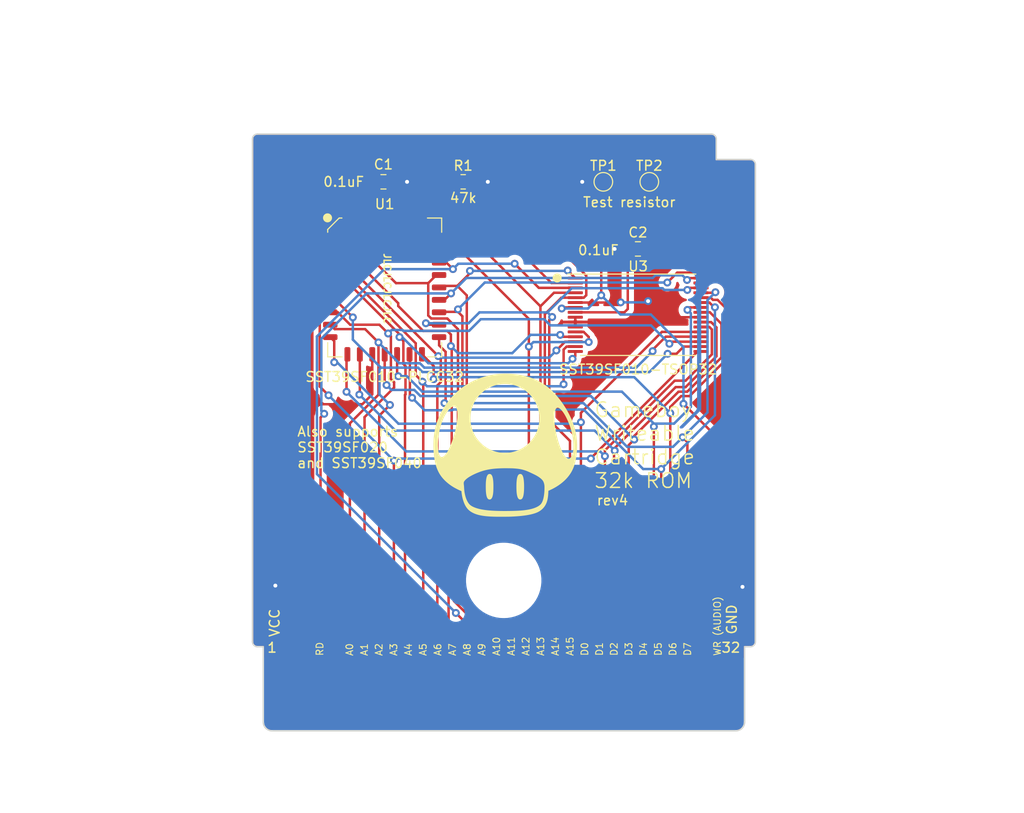
<source format=kicad_pcb>
(kicad_pcb (version 20221018) (generator pcbnew)
  (layers (0 "F.Cu" signal) (31 "B.Cu" signal) (34 "B.Paste" user) (35 "F.Paste" user) (36 "B.SilkS" user "B.Silkscreen") (37 "F.SilkS" user "F.Silkscreen") (38 "B.Mask" user) (39 "F.Mask" user) (44 "Edge.Cuts" user))
  (net 0 "")
  (net 1 "GND")
  (net 2 "VCC")
  (net 3 "WR")
  (net 4 "A13")
  (net 5 "A8")
  (net 6 "A9")
  (net 7 "A11")
  (net 8 "RD")
  (net 9 "A10")
  (net 10 "D7")
  (net 11 "D6")
  (net 12 "D5")
  (net 13 "D4")
  (net 14 "D3")
  (net 15 "D2")
  (net 16 "D1")
  (net 17 "D0")
  (net 18 "A0")
  (net 19 "A1")
  (net 20 "A2")
  (net 21 "A3")
  (net 22 "A4")
  (net 23 "A5")
  (net 24 "A6")
  (net 25 "A7")
  (net 26 "A12")
  (net 27 "A14")
  (net 30 "A15")
  (footprint "Capacitor_SMD:C_0805_2012Metric_Pad1.18x1.45mm_HandSolder" (layer "F.Cu") (at 56.769 57.785 180)
    (fp_text reference "C1")
    (fp_text value "0.1uF")
  )
  (footprint "COMPONENTS:GameBoy_Cartridge_1x32_P1.50mm_Edge" (layer "F.Cu") (at 69.088 109.902)
    (fp_text reference "U2" hide)
    (fp_text value "GameboyCartridgeHolder" hide)
  )
  (footprint "Resistor_SMD:R_0805_2012Metric_Pad1.20x1.40mm_HandSolder" (layer "F.Cu") (at 64.9205 57.785)
    (fp_text reference "R1")
    (fp_text value "47k")
  )
  (footprint "gbcartholes:MountingHole_7.2mm" (layer "F.Cu") (at 69.0626 98.5266)
    (fp_text reference "H1" hide)
    (fp_text value "MountingHole" hide)
  )
  (footprint "gbcartholes:MountingHole_2.3mm" (layer "F.Cu") (at 69.0882 73.5692)
    (fp_text reference "H2" hide)
    (fp_text value "MountingHole" hide)
  )
  (footprint "Package_LCC:PLCC-32_11.4x14.0mm_P1.27mm" (layer "F.Cu") (at 56.896 68.58)
    (fp_text reference "U1")
    (fp_text value "SST39SF010-PLCC32")
  )
  (footprint "Capacitor_SMD:C_0805_2012Metric_Pad1.18x1.45mm_HandSolder" (layer "F.Cu") (at 82.7825 64.643)
    (fp_text reference "C2")
    (fp_text value "0.1uF")
  )
  (footprint "TestPoint:TestPoint_Pad_D1.5mm" (layer "F.Cu") (at 83.947 57.785)
    (fp_text reference "TP2")
    (fp_text value "PGM")
  )
  (footprint "TestPoint:TestPoint_Pad_D1.5mm" (layer "F.Cu") (at 79.248 57.785)
    (fp_text reference "TP1")
    (fp_text value "VCC")
  )
  (footprint "COMPONENTS:mushroom" (layer "F.Cu") (at 69.215 84.709)
    (fp_text reference "G0001")
    (fp_text value "LOGO" hide)
  )
  (footprint "Package_SO:TSOP-I-32_11.8x8mm_P0.5mm" (layer "F.Cu") (at 82.804 71.374)
    (fp_text reference "U3")
    (fp_text value "SST39SF010-TSOP32")
  )
  (gr_circle (center 51.054 61.468) (end 51.455609 61.468) (stroke (width 0.12)) (fill solid) (layer "F.SilkS"))
  (gr_circle (center 74.528391 67.6148) (end 74.93 67.6148) (stroke (width 0.12)) (fill solid) (layer "F.SilkS"))
  (gr_arc (start 94.788 104.802) (mid 94.641553 105.155553) (end 94.288 105.302) (stroke (width 0.15)) (layer "Edge.Cuts"))
  (gr_arc (start 43.888 105.302) (mid 43.534447 105.155553) (end 43.388 104.802) (stroke (width 0.15)) (layer "Edge.Cuts"))
  (gr_arc (start 43.388 53.402) (mid 43.534447 53.048447) (end 43.888 52.902) (stroke (width 0.15)) (layer "Edge.Cuts"))
  (gr_arc (start 90.288 52.902) (mid 90.641553 53.048447) (end 90.788 53.402) (stroke (width 0.15)) (layer "Edge.Cuts"))
  (gr_arc (start 94.288 55.502) (mid 94.641553 55.648447) (end 94.788 56.002) (stroke (width 0.15)) (layer "Edge.Cuts"))
  (gr_line (start 44.488 105.302) (end 43.888 105.302) (stroke (width 0.15)) (layer "Edge.Cuts"))
  (gr_line (start 90.788 53.402) (end 90.788 55.502) (stroke (width 0.15)) (layer "Edge.Cuts"))
  (gr_line (start 44.488 113.002) (end 44.488 105.302) (stroke (width 0.15)) (layer "Edge.Cuts"))
  (gr_line (start 43.888 52.902) (end 90.288 52.902) (stroke (width 0.15)) (layer "Edge.Cuts"))
  (gr_line (start 45.388 113.902) (end 92.788 113.902) (stroke (width 0.15)) (layer "Edge.Cuts"))
  (gr_line (start 94.288 55.502) (end 90.788 55.502) (stroke (width 0.15)) (layer "Edge.Cuts"))
  (gr_line (start 93.688 105.302) (end 94.288 105.302) (stroke (width 0.15)) (layer "Edge.Cuts"))
  (gr_arc (start 93.688 113.002) (mid 93.424396 113.638396) (end 92.788 113.902) (stroke (width 0.15)) (layer "Edge.Cuts"))
  (gr_line (start 43.388 104.802) (end 43.388 53.402) (stroke (width 0.15)) (layer "Edge.Cuts"))
  (gr_line (start 94.788 104.802) (end 94.788 56.002) (stroke (width 0.15)) (layer "Edge.Cuts"))
  (gr_arc (start 45.388 113.902) (mid 44.751604 113.638396) (end 44.488 113.002) (stroke (width 0.15)) (layer "Edge.Cuts"))
  (gr_line (start 93.688 113.002) (end 93.688 105.302) (stroke (width 0.15)) (layer "Edge.Cuts"))
  (gr_text "D7" (at 88.265 106.299 90) (layer "F.SilkS") (effects (font (size 0.7 0.7) (thickness 0.1)) (justify left bottom)))
  (gr_text "A7" (at 64.234391 106.299 90) (layer "F.SilkS") (effects (font (size 0.7 0.7) (thickness 0.1)) (justify left bottom)))
  (gr_text "A13" (at 73.245869 106.299 90) (layer "F.SilkS") (effects (font (size 0.7 0.7) (thickness 0.1)) (justify left bottom)))
  (gr_text "A6" (at 62.732478 106.299 90) (layer "F.SilkS") (effects (font (size 0.7 0.7) (thickness 0.1)) (justify left bottom)))
  (gr_text "rev4" (at 78.486 90.932) (layer "F.SilkS") (effects (font (size 1 1)) (justify left bottom)))
  (gr_text "A1" (at 55.222913 106.299 90) (layer "F.SilkS") (effects (font (size 0.7 0.7) (thickness 0.1)) (justify left bottom)))
  (gr_text "D0" (at 77.751608 106.299 90) (layer "F.SilkS") (effects (font (size 0.7 0.7) (thickness 0.1)) (justify left bottom)))
  (gr_text "JLCJLCJLCJLC" (at 57.15 68.707 270) (layer "F.SilkS") (effects (font (size 0.7 0.7))))
  (gr_text "Gameboy\nWriteable\nCartridge\n32k ROM" (at 78.232 84.709) (layer "F.SilkS") (effects (font (size 1.5 1.5)) (justify left)))
  (gr_text "A0" (at 53.721 106.299 90) (layer "F.SilkS") (effects (font (size 0.7 0.7) (thickness 0.1)) (justify left bottom)))
  (gr_text "A10" (at 68.74013 106.299 90) (layer "F.SilkS") (effects (font (size 0.7 0.7) (thickness 0.1)) (justify left bottom)))
  (gr_text "D3" (at 82.257347 106.299 90) (layer "F.SilkS") (effects (font (size 0.7 0.7) (thickness 0.1)) (justify left bottom)))
  (gr_text "RD" (at 50.673 106.299 90) (layer "F.SilkS") (effects (font (size 0.7 0.7) (thickness 0.1)) (justify left bottom)))
  (gr_text "VCC" (at 46.228 104.394 90) (layer "F.SilkS") (effects (font (size 1 1)) (justify left bottom)))
  (gr_text "A3" (at 58.226739 106.299 90) (layer "F.SilkS") (effects (font (size 0.7 0.7) (thickness 0.1)) (justify left bottom)))
  (gr_text "A2" (at 56.724826 106.299 90) (layer "F.SilkS") (effects (font (size 0.7 0.7) (thickness 0.1)) (justify left bottom)))
  (gr_text "Also supports \nSST39SF020\nand SST39SF040" (at 47.879 87.122) (layer "F.SilkS") (effects (font (size 1 1)) (justify left bottom)))
  (gr_text "GND" (at 92.964 104.14 90) (layer "F.SilkS") (effects (font (size 1 1)) (justify left bottom)))
  (gr_text "WR (AUDIO)" (at 91.313 106.299 90) (layer "F.SilkS") (effects (font (size 0.7 0.7) (thickness 0.1)) (justify left bottom)))
  (gr_text "D6" (at 86.763086 106.299 90) (layer "F.SilkS") (effects (font (size 0.7 0.7) (thickness 0.1)) (justify left bottom)))
  (gr_text "A14" (at 74.747782 106.299 90) (layer "F.SilkS") (effects (font (size 0.7 0.7) (thickness 0.1)) (justify left bottom)))
  (gr_text "D1" (at 79.253521 106.299 90) (layer "F.SilkS") (effects (font (size 0.7 0.7) (thickness 0.1)) (justify left bottom)))
  (gr_text "A5" (at 61.230565 106.299 90) (layer "F.SilkS") (effects (font (size 0.7 0.7) (thickness 0.1)) (justify left bottom)))
  (gr_text "D5" (at 85.261173 106.299 90) (layer "F.SilkS") (effects (font (size 0.7 0.7) (thickness 0.1)) (justify left bottom)))
  (gr_text "A15" (at 76.249695 106.299 90) (layer "F.SilkS") (effects (font (size 0.7 0.7) (thickness 0.1)) (justify left bottom)))
  (gr_text "A4" (at 59.728652 106.299 90) (layer "F.SilkS") (effects (font (size 0.7 0.7) (thickness 0.1)) (justify left bottom)))
  (gr_text "D2" (at 80.755434 106.299 90) (layer "F.SilkS") (effects (font (size 0.7 0.7) (thickness 0.1)) (justify left bottom)))
  (gr_text "A12" (at 71.743956 106.299 90) (layer "F.SilkS") (effects (font (size 0.7 0.7) (thickness 0.1)) (justify left bottom)))
  (gr_text "A11" (at 70.242043 106.299 90) (layer "F.SilkS") (effects (font (size 0.7 0.7) (thickness 0.1)) (justify left bottom)))
  (gr_text "A9" (at 67.238217 106.299 90) (layer "F.SilkS") (effects (font (size 0.7 0.7) (thickness 0.1)) (justify left bottom)))
  (gr_text "Test resistor" (at 77.089 60.452) (layer "F.SilkS") (effects (font (size 1 1)) (justify left bottom)))
  (gr_text "D4" (at 83.75926 106.299 90) (layer "F.SilkS") (effects (font (size 0.7 0.7) (thickness 0.1)) (justify left bottom)))
  (gr_text "A8" (at 65.736304 106.299 90) (layer "F.SilkS") (effects (font (size 0.7 0.7) (thickness 0.1)) (justify left bottom)))
  (segment (start 55.7315 57.785) (end 55.7315 60.0925) (width 0.25) (layer "F.Cu") (net 1))
  (segment (start 76.379 72.624) (end 76.379 72.124) (width 0.25) (layer "F.Cu") (net 1))
  (segment (start 83.693 72.124) (end 76.379 72.124) (width 0.25) (layer "F.Cu") (net 1))
  (segment (start 83.82 71.501) (end 83.82 71.997) (width 0.25) (layer "F.Cu") (net 1))
  (segment (start 83.82 64.643) (end 83.82 69.977) (width 0.25) (layer "F.Cu") (net 1))
  (segment (start 60.706 57.15) (end 59.817 56.261) (width 0.25) (layer "F.Cu") (net 1))
  (segment (start 47.879 80.518) (end 54.61 80.518) (width 0.25) (layer "F.Cu") (net 1))
  (segment (start 54.61 80.518) (end 55.626 79.502) (width 0.25) (layer "F.Cu") (net 1))
  (segment (start 88.392 54.864) (end 56.769 54.864) (width 0.25) (layer "F.Cu") (net 1))
  (segment (start 92.488 65.183) (end 91.948 64.643) (width 0.25) (layer "F.Cu") (net 1))
  (segment (start 55.626 61.7425) (end 56.896 61.7425) (width 0.25) (layer "F.Cu") (net 1))
  (segment (start 56.769 54.864) (end 56.515 54.864) (width 0.25) (layer "F.Cu") (net 1))
  (segment (start 89.229 71.624) (end 83.943 71.624) (width 0.25) (layer "F.Cu") (net 1))
  (segment (start 56.515 54.864) (end 55.7315 55.6475) (width 0.25) (layer "F.Cu") (net 1))
  (segment (start 55.7315 55.6475) (end 55.7315 56.134) (width 0.25) (layer "F.Cu") (net 1))
  (segment (start 54.356 61.7425) (end 55.626 61.7425) (width 0.25) (layer "F.Cu") (net 1))
  (segment (start 91.948 64.643) (end 83.82 64.643) (width 0.25) (layer "F.Cu") (net 1))
  (segment (start 49.911 54.864) (end 46.609 58.166) (width 0.25) (layer "F.Cu") (net 1))
  (segment (start 55.626 60.198) (end 55.626 61.7425) (width 0.25) (layer "F.Cu") (net 1))
  (segment (start 55.7315 56.134) (end 55.7315 57.785) (width 0.25) (layer "F.Cu") (net 1))
  (segment (start 46.609 79.248) (end 47.879 80.518) (width 0.25) (layer "F.Cu") (net 1))
  (segment (start 56.769 54.864) (end 56.515 54.864) (width 0.25) (layer "F.Cu") (net 1))
  (segment (start 92.488 58.96) (end 88.392 54.864) (width 0.25) (layer "F.Cu") (net 1))
  (segment (start 60.706 61.7425) (end 60.706 57.15) (width 0.25) (layer "F.Cu") (net 1))
  (segment (start 56.515 54.864) (end 49.911 54.864) (width 0.25) (layer "F.Cu") (net 1))
  (segment (start 76.379 70.124) (end 81 70.124) (width 0.25) (layer "F.Cu") (net 1))
  (segment (start 46.609 58.166) (end 46.609 79.248) (width 0.25) (layer "F.Cu") (net 1))
  (segment (start 83.943 71.624) (end 83.82 71.501) (width 0.25) (layer "F.Cu") (net 1))
  (segment (start 81 70.124) (end 81.02 70.104) (width 0.25) (layer "F.Cu") (net 1))
  (segment (start 59.817 56.261) (end 55.8585 56.261) (width 0.25) (layer "F.Cu") (net 1))
  (segment (start 76.379 72.124) (end 76.379 71.624) (width 0.25) (layer "F.Cu") (net 1))
  (segment (start 83.82 71.997) (end 83.693 72.124) (width 0.25) (layer "F.Cu") (net 1))
  (segment (start 55.626 79.502) (end 55.626 75.4175) (width 0.25) (layer "F.Cu") (net 1))
  (segment (start 55.8585 56.261) (end 55.7315 56.134) (width 0.25) (layer "F.Cu") (net 1))
  (segment (start 92.488 109.902) (end 92.488 65.183) (width 0.25) (layer "F.Cu") (net 1))
  (segment (start 55.7315 60.0925) (end 55.626 60.198) (width 0.25) (layer "F.Cu") (net 1))
  (segment (start 92.488 65.183) (end 92.488 58.96) (width 0.25) (layer "F.Cu") (net 1))
  (segment (start 83.82 71.501) (end 83.82 69.977) (width 0.25) (layer "F.Cu") (net 1))
  (via (at 83.82 69.977) (size 0.8) (drill 0.4) (layers "F.Cu" "B.Cu") (net 1))
  (via (at 81.02 70.104) (size 0.8) (drill 0.4) (layers "F.Cu" "B.Cu") (net 1))
  (segment (start 83.693 70.104) (end 83.82 69.977) (width 0.25) (layer "B.Cu") (net 1))
  (segment (start 81.02 70.104) (end 83.693 70.104) (width 0.25) (layer "B.Cu") (net 1))
  (segment (start 81.745 64.643) (end 80.391 64.643) (width 0.25) (layer "F.Cu") (net 2))
  (segment (start 65.9205 57.785) (end 67.437 57.785) (width 0.25) (layer "F.Cu") (net 2))
  (segment (start 57.8065 59.5845) (end 58.166 59.944) (width 0.25) (layer "F.Cu") (net 2))
  (segment (start 57.8065 57.785) (end 57.8065 59.5845) (width 0.25) (layer "F.Cu") (net 2))
  (segment (start 81.745 64.643) (end 81.745 70.782) (width 0.25) (layer "F.Cu") (net 2))
  (segment (start 81.745 70.782) (end 81.403 71.124) (width 0.25) (layer "F.Cu") (net 2))
  (segment (start 58.166 59.944) (end 58.166 61.7425) (width 0.25) (layer "F.Cu") (net 2))
  (segment (start 45.688 99.092) (end 45.72 99.06) (width 0.25) (layer "F.Cu") (net 2))
  (segment (start 79.248 57.785) (end 77.089 57.785) (width 0.25) (layer "F.Cu") (net 2))
  (segment (start 81.403 71.124) (end 76.379 71.124) (width 0.25) (layer "F.Cu") (net 2))
  (segment (start 57.8065 57.785) (end 59.182 57.785) (width 0.25) (layer "F.Cu") (net 2))
  (segment (start 45.688 109.902) (end 45.688 99.092) (width 0.25) (layer "F.Cu") (net 2))
  (via (at 77.089 57.785) (size 0.8) (drill 0.4) (layers "F.Cu" "B.Cu") (net 2))
  (via (at 67.437 57.785) (size 0.8) (drill 0.4) (layers "F.Cu" "B.Cu") (net 2))
  (via (at 45.72 99.06) (size 0.8) (drill 0.4) (layers "F.Cu" "B.Cu") (net 2))
  (via (at 59.182 57.785) (size 0.8) (drill 0.4) (layers "F.Cu" "B.Cu") (net 2))
  (via (at 80.391 64.643) (size 0.8) (drill 0.4) (layers "F.Cu" "B.Cu") (net 2))
  (via (at 93.472 99.187) (size 0.8) (drill 0.4) (layers "F.Cu" "B.Cu") (net 2))
  (segment (start 45.72 99.06) (end 45.72 56.515) (width 0.25) (layer "B.Cu") (net 2))
  (segment (start 88.011 54.229) (end 92.456 58.674) (width 0.25) (layer "B.Cu") (net 2))
  (segment (start 80.391 64.643) (end 80.391 54.61) (width 0.25) (layer "B.Cu") (net 2))
  (segment (start 59.436 54.229) (end 59.563 54.229) (width 0.25) (layer "B.Cu") (net 2))
  (segment (start 80.01 54.229) (end 88.011 54.229) (width 0.25) (layer "B.Cu") (net 2))
  (segment (start 92.456 58.674) (end 92.456 98.171) (width 0.25) (layer "B.Cu") (net 2))
  (segment (start 59.182 54.483) (end 59.436 54.229) (width 0.25) (layer "B.Cu") (net 2))
  (segment (start 67.183 54.229) (end 76.581 54.229) (width 0.25) (layer "B.Cu") (net 2))
  (segment (start 48.006 54.229) (end 59.436 54.229) (width 0.25) (layer "B.Cu") (net 2))
  (segment (start 59.182 57.785) (end 59.182 54.483) (width 0.25) (layer "B.Cu") (net 2))
  (segment (start 77.089 54.737) (end 76.581 54.229) (width 0.25) (layer "B.Cu") (net 2))
  (segment (start 45.72 56.515) (end 48.006 54.229) (width 0.25) (layer "B.Cu") (net 2))
  (segment (start 67.437 57.785) (end 67.437 54.483) (width 0.25) (layer "B.Cu") (net 2))
  (segment (start 76.581 54.229) (end 80.01 54.229) (width 0.25) (layer "B.Cu") (net 2))
  (segment (start 59.436 54.229) (end 59.563 54.229) (width 0.25) (layer "B.Cu") (net 2))
  (segment (start 80.391 54.61) (end 80.01 54.229) (width 0.25) (layer "B.Cu") (net 2))
  (segment (start 67.437 54.483) (end 67.183 54.229) (width 0.25) (layer "B.Cu") (net 2))
  (segment (start 59.563 54.229) (end 67.183 54.229) (width 0.25) (layer "B.Cu") (net 2))
  (segment (start 92.456 98.171) (end 93.472 99.187) (width 0.25) (layer "B.Cu") (net 2))
  (segment (start 77.089 57.785) (end 77.089 54.737) (width 0.25) (layer "B.Cu") (net 2))
  (segment (start 83.947 57.785) (end 82.8443 58.8877) (width 0.25) (layer "F.Cu") (net 3))
  (segment (start 61.0617 62.8492) (end 65.0232 58.8877) (width 0.25) (layer "F.Cu") (net 3))
  (segment (start 90.838 83.8738) (end 87.4386 80.4744) (width 0.25) (layer "F.Cu") (net 3))
  (segment (start 82.8443 58.8877) (end 79.0321 58.8877) (width 0.25) (layer "F.Cu") (net 3))
  (segment (start 59.436 62.0084) (end 60.2768 62.8492) (width 0.25) (layer "F.Cu") (net 3))
  (segment (start 90.838 109.652) (end 90.838 106.5767) (width 0.25) (layer "F.Cu") (net 3))
  (segment (start 60.2768 62.8492) (end 61.0617 62.8492) (width 0.25) (layer "F.Cu") (net 3))
  (segment (start 75.1012 70.624) (end 74.994 70.7312) (width 0.25) (layer "F.Cu") (net 3))
  (segment (start 76.379 70.624) (end 75.1012 70.624) (width 0.25) (layer "F.Cu") (net 3))
  (segment (start 90.838 106.5767) (end 90.838 83.8738) (width 0.25) (layer "F.Cu") (net 3))
  (segment (start 79.0321 58.8877) (end 65.0232 58.8877) (width 0.25) (layer "F.Cu") (net 3))
  (segment (start 59.436 61.7425) (end 59.436 62.0084) (width 0.25) (layer "F.Cu") (net 3))
  (segment (start 65.0232 58.8877) (end 63.9205 57.785) (width 0.25) (layer "F.Cu") (net 3))
  (segment (start 79.0321 58.8877) (end 79.0321 69.3821) (width 0.25) (layer "F.Cu") (net 3))
  (via (at 87.4386 80.4744) (size 0.8) (drill 0.4) (layers "F.Cu" "B.Cu") (net 3))
  (via (at 79.0321 69.3821) (size 0.8) (drill 0.4) (layers "F.Cu" "B.Cu") (net 3))
  (via (at 74.994 70.7312) (size 0.8) (drill 0.4) (layers "F.Cu" "B.Cu") (net 3))
  (segment (start 79.0321 69.3821) (end 80.9982 71.3482) (width 0.25) (layer "B.Cu") (net 3))
  (segment (start 80.9982 71.3482) (end 84.103 71.3482) (width 0.25) (layer "B.Cu") (net 3))
  (segment (start 79.0321 69.3821) (end 77.683 70.7312) (width 0.25) (layer "B.Cu") (net 3))
  (segment (start 87.4386 74.6838) (end 87.4386 80.4744) (width 0.25) (layer "B.Cu") (net 3))
  (segment (start 84.103 71.3482) (end 87.4386 74.6838) (width 0.25) (layer "B.Cu") (net 3))
  (segment (start 77.683 70.7312) (end 74.994 70.7312) (width 0.25) (layer "B.Cu") (net 3))
  (segment (start 72.8169 82.9161) (end 73.7379 83.8371) (width 0.25) (layer "F.Cu") (net 4))
  (segment (start 72.8169 70.5068) (end 72.8169 82.9161) (width 0.25) (layer "F.Cu") (net 4))
  (segment (start 73.7379 83.8371) (end 73.7379 105.6768) (width 0.25) (layer "F.Cu") (net 4))
  (segment (start 67.0801 64.77) (end 62.4585 64.77) (width 0.25) (layer "F.Cu") (net 4))
  (segment (start 76.379 69.124) (end 74.1997 69.124) (width 0.25) (layer "F.Cu") (net 4))
  (segment (start 72.838 109.652) (end 72.838 106.5767) (width 0.25) (layer "F.Cu") (net 4))
  (segment (start 73.7379 105.6768) (end 72.838 106.5767) (width 0.25) (layer "F.Cu") (net 4))
  (segment (start 72.8169 70.5068) (end 67.0801 64.77) (width 0.25) (layer "F.Cu") (net 4))
  (segment (start 74.1997 69.124) (end 72.8169 70.5068) (width 0.25) (layer "F.Cu") (net 4))
  (segment (start 64.1706 101.8536) (end 65.338 103.021) (width 0.25) (layer "F.Cu") (net 5))
  (segment (start 62.4585 66.04) (end 63.2046 66.04) (width 0.25) (layer "F.Cu") (net 5))
  (segment (start 65.338 103.021) (end 65.338 109.652) (width 0.25) (layer "F.Cu") (net 5))
  (segment (start 63.2046 66.04) (end 63.8733 66.7087) (width 0.25) (layer "F.Cu") (net 5))
  (segment (start 72.6534 68.624) (end 76.379 68.624) (width 0.25) (layer "F.Cu") (net 5))
  (segment (start 70.1846 66.1552) (end 72.6534 68.624) (width 0.25) (layer "F.Cu") (net 5))
  (via (at 63.8733 66.7087) (size 0.8) (drill 0.4) (layers "F.Cu" "B.Cu") (net 5))
  (via (at 70.1846 66.1552) (size 0.8) (drill 0.4) (layers "F.Cu" "B.Cu") (net 5))
  (via (at 64.1706 101.8536) (size 0.8) (drill 0.4) (layers "F.Cu" "B.Cu") (net 5))
  (segment (start 56.8505 66.7087) (end 49.9702 73.589) (width 0.25) (layer "B.Cu") (net 5))
  (segment (start 49.9702 87.6532) (end 64.1706 101.8536) (width 0.25) (layer "B.Cu") (net 5))
  (segment (start 49.9702 73.589) (end 49.9702 87.6532) (width 0.25) (layer "B.Cu") (net 5))
  (segment (start 63.8733 66.7087) (end 56.8505 66.7087) (width 0.25) (layer "B.Cu") (net 5))
  (segment (start 64.4268 66.1552) (end 63.8733 66.7087) (width 0.25) (layer "B.Cu") (net 5))
  (segment (start 70.1846 66.1552) (end 64.4268 66.1552) (width 0.25) (layer "B.Cu") (net 5))
  (segment (start 66.838 103.4952) (end 63.985 100.6422) (width 0.25) (layer "F.Cu") (net 6))
  (segment (start 69.9426 64.128) (end 73.9386 68.124) (width 0.25) (layer "F.Cu") (net 6))
  (segment (start 62.1778 67.31) (end 62.4585 67.31) (width 0.25) (layer "F.Cu") (net 6))
  (segment (start 73.9386 68.124) (end 76.379 68.124) (width 0.25) (layer "F.Cu") (net 6))
  (segment (start 61.3477 71.4479) (end 61.3477 68.1401) (width 0.25) (layer "F.Cu") (net 6))
  (segment (start 64.3888 72.8472) (end 63.2966 71.755) (width 0.25) (layer "F.Cu") (net 6))
  (segment (start 61.3477 68.1401) (end 62.1778 67.31) (width 0.25) (layer "F.Cu") (net 6))
  (segment (start 64.3888 91.2871) (end 64.3888 72.8472) (width 0.25) (layer "F.Cu") (net 6))
  (segment (start 52.7484 60.6674) (end 53.4779 60.6674) (width 0.25) (layer "F.Cu") (net 6))
  (segment (start 53.4779 60.6674) (end 53.7208 60.9103) (width 0.25) (layer "F.Cu") (net 6))
  (segment (start 53.7208 60.9103) (end 53.7208 62.518) (width 0.25) (layer "F.Cu") (net 6))
  (segment (start 63.985 100.6422) (end 63.985 91.6909) (width 0.25) (layer "F.Cu") (net 6))
  (segment (start 63.985 91.6909) (end 64.3888 91.2871) (width 0.25) (layer "F.Cu") (net 6))
  (segment (start 53.7208 62.518) (end 55.3308 64.128) (width 0.25) (layer "F.Cu") (net 6))
  (segment (start 66.838 109.652) (end 66.838 103.4952) (width 0.25) (layer "F.Cu") (net 6))
  (segment (start 61.3477 68.1401) (end 58.051 68.1401) (width 0.25) (layer "F.Cu") (net 6))
  (segment (start 52.4499 62.539) (end 52.4499 60.9659) (width 0.25) (layer "F.Cu") (net 6))
  (segment (start 55.3308 64.128) (end 69.9426 64.128) (width 0.25) (layer "F.Cu") (net 6))
  (segment (start 61.6548 71.755) (end 61.3477 71.4479) (width 0.25) (layer "F.Cu") (net 6))
  (segment (start 58.051 68.1401) (end 52.4499 62.539) (width 0.25) (layer "F.Cu") (net 6))
  (segment (start 52.4499 60.9659) (end 52.7484 60.6674) (width 0.25) (layer "F.Cu") (net 6))
  (segment (start 63.2966 71.755) (end 61.6548 71.755) (width 0.25) (layer "F.Cu") (net 6))
  (segment (start 64.3176 68.4225) (end 62.616 68.4225) (width 0.25) (layer "F.Cu") (net 7))
  (segment (start 65.2894 69.3943) (end 64.3176 68.4225) (width 0.25) (layer "F.Cu") (net 7))
  (segment (start 65.2894 94.263) (end 65.2894 69.3943) (width 0.25) (layer "F.Cu") (net 7))
  (segment (start 75.6036 66.8486) (end 76.379 67.624) (width 0.25) (layer "F.Cu") (net 7))
  (segment (start 65.613 67.1271) (end 65.613 66.8877) (width 0.25) (layer "F.Cu") (net 7))
  (segment (start 64.8859 100.2562) (end 64.8859 94.6665) (width 0.25) (layer "F.Cu") (net 7))
  (segment (start 69.838 105.2083) (end 64.8859 100.2562) (width 0.25) (layer "F.Cu") (net 7))
  (segment (start 64.3176 68.4225) (end 65.613 67.1271) (width 0.25) (layer "F.Cu") (net 7))
  (segment (start 62.616 68.4225) (end 62.4585 68.58) (width 0.25) (layer "F.Cu") (net 7))
  (segment (start 69.838 109.652) (end 69.838 105.2083) (width 0.25) (layer "F.Cu") (net 7))
  (segment (start 64.8859 94.6665) (end 65.2894 94.263) (width 0.25) (layer "F.Cu") (net 7))
  (via (at 65.613 66.8877) (size 0.8) (drill 0.4) (layers "F.Cu" "B.Cu") (net 7))
  (via (at 75.6036 66.8486) (size 0.8) (drill 0.4) (layers "F.Cu" "B.Cu") (net 7))
  (segment (start 75.5645 66.8877) (end 75.6036 66.8486) (width 0.25) (layer "B.Cu") (net 7))
  (segment (start 65.613 66.8877) (end 75.5645 66.8877) (width 0.25) (layer "B.Cu") (net 7))
  (segment (start 63.0187 69.85) (end 63.6791 69.1896) (width 0.25) (layer "F.Cu") (net 8))
  (segment (start 62.4585 69.85) (end 63.0187 69.85) (width 0.25) (layer "F.Cu") (net 8))
  (segment (start 50.338 109.652) (end 50.338 81.8675) (width 0.25) (layer "F.Cu") (net 8))
  (segment (start 87.9932 67.624) (end 87.8031 67.8141) (width 0.25) (layer "F.Cu") (net 8))
  (segment (start 89.229 67.624) (end 87.9932 67.624) (width 0.25) (layer "F.Cu") (net 8))
  (segment (start 50.338 81.8675) (end 50.7132 81.4923) (width 0.25) (layer "F.Cu") (net 8))
  (via (at 63.6791 69.1896) (size 0.8) (drill 0.4) (layers "F.Cu" "B.Cu") (net 8))
  (via (at 50.7132 81.4923) (size 0.8) (drill 0.4) (layers "F.Cu" "B.Cu") (net 8))
  (via (at 87.8031 67.8141) (size 0.8) (drill 0.4) (layers "F.Cu" "B.Cu") (net 8))
  (segment (start 50.4206 81.1997) (end 50.7132 81.4923) (width 0.25) (layer "B.Cu") (net 8))
  (segment (start 65.2543 67.6144) (end 63.6791 69.1896) (width 0.25) (layer "B.Cu") (net 8))
  (segment (start 87.8031 67.8141) (end 87.3343 67.3453) (width 0.25) (layer "B.Cu") (net 8))
  (segment (start 84.2923 67.6144) (end 65.2543 67.6144) (width 0.25) (layer "B.Cu") (net 8))
  (segment (start 63.6791 69.1896) (end 55.0482 69.1896) (width 0.25) (layer "B.Cu") (net 8))
  (segment (start 50.4206 73.8172) (end 50.4206 81.1997) (width 0.25) (layer "B.Cu") (net 8))
  (segment (start 84.5614 67.3453) (end 84.2923 67.6144) (width 0.25) (layer "B.Cu") (net 8))
  (segment (start 55.0482 69.1896) (end 50.4206 73.8172) (width 0.25) (layer "B.Cu") (net 8))
  (segment (start 87.3343 67.3453) (end 84.5614 67.3453) (width 0.25) (layer "B.Cu") (net 8))
  (segment (start 64.8391 91.4737) (end 64.8391 71.5253) (width 0.25) (layer "F.Cu") (net 9))
  (segment (start 89.229 68.124) (end 90.1484 68.124) (width 0.25) (layer "F.Cu") (net 9))
  (segment (start 68.338 109.652) (end 68.338 104.3452) (width 0.25) (layer "F.Cu") (net 9))
  (segment (start 64.4355 100.4427) (end 64.4355 91.8773) (width 0.25) (layer "F.Cu") (net 9))
  (segment (start 62.5037 71.0748) (end 62.4585 71.12) (width 0.25) (layer "F.Cu") (net 9))
  (segment (start 86.8033 67.0617) (end 85.7873 68.0777) (width 0.25) (layer "F.Cu") (net 9))
  (segment (start 90.3416 67.9308) (end 90.3416 67.368) (width 0.25) (layer "F.Cu") (net 9))
  (segment (start 68.338 104.3452) (end 64.4355 100.4427) (width 0.25) (layer "F.Cu") (net 9))
  (segment (start 90.0353 67.0617) (end 86.8033 67.0617) (width 0.25) (layer "F.Cu") (net 9))
  (segment (start 64.4355 91.8773) (end 64.8391 91.4737) (width 0.25) (layer "F.Cu") (net 9))
  (segment (start 90.1484 68.124) (end 90.3416 67.9308) (width 0.25) (layer "F.Cu") (net 9))
  (segment (start 64.3886 71.0748) (end 64.3886 70.8174) (width 0.25) (layer "F.Cu") (net 9))
  (segment (start 64.8391 71.5253) (end 64.3886 71.0748) (width 0.25) (layer "F.Cu") (net 9))
  (segment (start 64.3886 71.0748) (end 62.5037 71.0748) (width 0.25) (layer "F.Cu") (net 9))
  (segment (start 90.3416 67.368) (end 90.0353 67.0617) (width 0.25) (layer "F.Cu") (net 9))
  (via (at 85.7873 68.0777) (size 0.8) (drill 0.4) (layers "F.Cu" "B.Cu") (net 9))
  (via (at 64.3886 70.8174) (size 0.8) (drill 0.4) (layers "F.Cu" "B.Cu") (net 9))
  (segment (start 67.1283 68.0777) (end 64.3886 70.8174) (width 0.25) (layer "B.Cu") (net 9))
  (segment (start 85.7873 68.0777) (end 67.1283 68.0777) (width 0.25) (layer "B.Cu") (net 9))
  (segment (start 62.4585 73.66) (end 62.4585 74.4971) (width 0.25) (layer "F.Cu") (net 10))
  (segment (start 87.838 109.652) (end 87.838 84.3874) (width 0.25) (layer "F.Cu") (net 10))
  (segment (start 90.6484 69.124) (end 89.229 69.124) (width 0.25) (layer "F.Cu") (net 10))
  (segment (start 90.7011 69.0713) (end 90.6484 69.124) (width 0.25) (layer "F.Cu") (net 10))
  (segment (start 62.4585 74.4971) (end 63.1233 75.1619) (width 0.25) (layer "F.Cu") (net 10))
  (segment (start 63.1233 80.2902) (end 63.0067 80.4068) (width 0.25) (layer "F.Cu") (net 10))
  (segment (start 63.1233 75.1619) (end 63.1233 80.2902) (width 0.25) (layer "F.Cu") (net 10))
  (segment (start 87.838 84.3874) (end 87.3481 83.8975) (width 0.25) (layer "F.Cu") (net 10))
  (via (at 63.0067 80.4068) (size 0.8) (drill 0.4) (layers "F.Cu" "B.Cu") (net 10))
  (via (at 87.3481 83.8975) (size 0.8) (drill 0.4) (layers "F.Cu" "B.Cu") (net 10))
  (via (at 90.7011 69.0713) (size 0.8) (drill 0.4) (layers "F.Cu" "B.Cu") (net 10))
  (segment (start 87.3481 83.8975) (end 89.8928 81.3528) (width 0.25) (layer "B.Cu") (net 10))
  (segment (start 86.3696 84.876) (end 81.6845 84.876) (width 0.25) (layer "B.Cu") (net 10))
  (segment (start 81.6845 84.876) (end 77.2153 80.4068) (width 0.25) (layer "B.Cu") (net 10))
  (segment (start 89.8928 69.8796) (end 90.7011 69.0713) (width 0.25) (layer "B.Cu") (net 10))
  (segment (start 89.8928 81.3528) (end 89.8928 69.8796) (width 0.25) (layer "B.Cu") (net 10))
  (segment (start 77.2153 80.4068) (end 63.0067 80.4068) (width 0.25) (layer "B.Cu") (net 10))
  (segment (start 87.3481 83.8975) (end 86.3696 84.876) (width 0.25) (layer "B.Cu") (net 10))
  (segment (start 91.8219 70.7473) (end 91.8219 75.9265) (width 0.25) (layer "F.Cu") (net 11))
  (segment (start 90.4509 69.8493) (end 90.9239 69.8493) (width 0.25) (layer "F.Cu") (net 11))
  (segment (start 91.8219 75.9265) (end 88.0619 79.6865) (width 0.25) (layer "F.Cu") (net 11))
  (segment (start 86.0885 80.7988) (end 86.0885 81.4335) (width 0.25) (layer "F.Cu") (net 11))
  (segment (start 87.2008 79.6865) (end 86.0885 80.7988) (width 0.25) (layer "F.Cu") (net 11))
  (segment (start 61.9029 76.6144) (end 61.9029 77.9543) (width 0.25) (layer "F.Cu") (net 11))
  (segment (start 90.2256 69.624) (end 90.4509 69.8493) (width 0.25) (layer "F.Cu") (net 11))
  (segment (start 86.338 109.652) (end 86.338 106.5767) (width 0.25) (layer "F.Cu") (net 11))
  (segment (start 88.0619 79.6865) (end 87.2008 79.6865) (width 0.25) (layer "F.Cu") (net 11))
  (segment (start 89.229 69.624) (end 90.2256 69.624) (width 0.25) (layer "F.Cu") (net 11))
  (segment (start 90.9239 69.8493) (end 91.8219 70.7473) (width 0.25) (layer "F.Cu") (net 11))
  (segment (start 86.0885 106.3272) (end 86.338 106.5767) (width 0.25) (layer "F.Cu") (net 11))
  (segment (start 60.706 75.4175) (end 61.9029 76.6144) (width 0.25) (layer "F.Cu") (net 11))
  (segment (start 86.0885 81.4335) (end 86.0885 106.3272) (width 0.25) (layer "F.Cu") (net 11))
  (via (at 86.0885 81.4335) (size 0.8) (drill 0.4) (layers "F.Cu" "B.Cu") (net 11))
  (via (at 61.9029 77.9543) (size 0.8) (drill 0.4) (layers "F.Cu" "B.Cu") (net 11))
  (segment (start 82.4072 77.7522) (end 62.105 77.7522) (width 0.25) (layer "B.Cu") (net 11))
  (segment (start 62.105 77.7522) (end 61.9029 77.9543) (width 0.25) (layer "B.Cu") (net 11))
  (segment (start 86.0885 81.4335) (end 82.4072 77.7522) (width 0.25) (layer "B.Cu") (net 11))
  (segment (start 59.474 79.6328) (end 59.6989 79.8577) (width 0.25) (layer "F.Cu") (net 12))
  (segment (start 84.838 106.5767) (end 85.1608 106.2539) (width 0.25) (layer "F.Cu") (net 12))
  (segment (start 89.229 70.124) (end 90.0887 70.124) (width 0.25) (layer "F.Cu") (net 12))
  (segment (start 90.5697 70.605) (end 90.6538 70.605) (width 0.25) (layer "F.Cu") (net 12))
  (segment (start 90.0887 70.124) (end 90.5697 70.605) (width 0.25) (layer "F.Cu") (net 12))
  (segment (start 59.474 75.4555) (end 59.474 79.6328) (width 0.25) (layer "F.Cu") (net 12))
  (segment (start 85.1608 106.2539) (end 85.1608 87.1421) (width 0.25) (layer "F.Cu") (net 12))
  (segment (start 84.838 109.652) (end 84.838 106.5767) (width 0.25) (layer "F.Cu") (net 12))
  (segment (start 59.436 75.4175) (end 59.474 75.4555) (width 0.25) (layer "F.Cu") (net 12))
  (via (at 85.1608 87.1421) (size 0.8) (drill 0.4) (layers "F.Cu" "B.Cu") (net 12))
  (via (at 59.6989 79.8577) (size 0.8) (drill 0.4) (layers "F.Cu" "B.Cu") (net 12))
  (via (at 90.6538 70.605) (size 0.8) (drill 0.4) (layers "F.Cu" "B.Cu") (net 12))
  (segment (start 60.9735 81.1323) (end 59.6989 79.8577) (width 0.25) (layer "B.Cu") (net 12))
  (segment (start 85.1608 87.1421) (end 83.3137 87.1421) (width 0.25) (layer "B.Cu") (net 12))
  (segment (start 77.2306 81.059) (end 63.869 81.059) (width 0.25) (layer "B.Cu") (net 12))
  (segment (start 63.869 81.059) (end 63.7957 81.1323) (width 0.25) (layer "B.Cu") (net 12))
  (segment (start 90.6538 70.605) (end 90.6538 81.6491) (width 0.25) (layer "B.Cu") (net 12))
  (segment (start 83.3137 87.1421) (end 77.2306 81.059) (width 0.25) (layer "B.Cu") (net 12))
  (segment (start 90.6538 81.6491) (end 85.1608 87.1421) (width 0.25) (layer "B.Cu") (net 12))
  (segment (start 63.7957 81.1323) (end 60.9735 81.1323) (width 0.25) (layer "B.Cu") (net 12))
  (segment (start 83.338 106.5767) (end 84.4111 105.5036) (width 0.25) (layer "F.Cu") (net 13))
  (segment (start 84.4111 105.5036) (end 84.4111 82.8086) (width 0.25) (layer "F.Cu") (net 13))
  (segment (start 83.338 109.652) (end 83.338 106.5767) (width 0.25) (layer "F.Cu") (net 13))
  (segment (start 89.229 70.624) (end 88.0929 70.624) (width 0.25) (layer "F.Cu") (net 13))
  (segment (start 58.166 75.4175) (end 58.166 77.5408) (width 0.25) (layer "F.Cu") (net 13))
  (segment (start 58.166 77.5408) (end 58.2745 77.6493) (width 0.25) (layer "F.Cu") (net 13))
  (segment (start 88.0929 70.624) (end 87.8448 70.8721) (width 0.25) (layer "F.Cu") (net 13))
  (via (at 58.2745 77.6493) (size 0.8) (drill 0.4) (layers "F.Cu" "B.Cu") (net 13))
  (via (at 84.4111 82.8086) (size 0.8) (drill 0.4) (layers "F.Cu" "B.Cu") (net 13))
  (via (at 87.8448 70.8721) (size 0.8) (drill 0.4) (layers "F.Cu" "B.Cu") (net 13))
  (segment (start 88.1951 71.2224) (end 87.8448 70.8721) (width 0.25) (layer "B.Cu") (net 13))
  (segment (start 88.1951 80.7811) (end 88.1951 71.2224) (width 0.25) (layer "B.Cu") (net 13))
  (segment (start 81.143 79.2312) (end 84.4111 82.4993) (width 0.25) (layer "B.Cu") (net 13))
  (segment (start 60.7352 79.2312) (end 81.143 79.2312) (width 0.25) (layer "B.Cu") (net 13))
  (segment (start 84.4111 82.8086) (end 84.4111 82.4993) (width 0.25) (layer "B.Cu") (net 13))
  (segment (start 59.1533 77.6493) (end 60.7352 79.2312) (width 0.25) (layer "B.Cu") (net 13))
  (segment (start 86.4769 82.4993) (end 88.1951 80.7811) (width 0.25) (layer "B.Cu") (net 13))
  (segment (start 84.4111 82.4993) (end 86.4769 82.4993) (width 0.25) (layer "B.Cu") (net 13))
  (segment (start 58.2745 77.6493) (end 59.1533 77.6493) (width 0.25) (layer "B.Cu") (net 13))
  (segment (start 91.3191 75.7396) (end 87.8225 79.2362) (width 0.25) (layer "F.Cu") (net 14))
  (segment (start 82.4104 84.1264) (end 81.838 84.6988) (width 0.25) (layer "F.Cu") (net 14))
  (segment (start 89.229 71.124) (end 90.1405 71.124) (width 0.25) (layer "F.Cu") (net 14))
  (segment (start 90.1405 71.124) (end 91.3191 72.3026) (width 0.25) (layer "F.Cu") (net 14))
  (segment (start 81.838 84.6988) (end 81.838 106.5767) (width 0.25) (layer "F.Cu") (net 14))
  (segment (start 81.838 109.652) (end 81.838 106.5767) (width 0.25) (layer "F.Cu") (net 14))
  (segment (start 82.4104 83.7581) (end 82.4104 84.1264) (width 0.25) (layer "F.Cu") (net 14))
  (segment (start 56.896 78.366) (end 57.0881 78.5581) (width 0.25) (layer "F.Cu") (net 14))
  (segment (start 56.896 75.4175) (end 56.896 78.366) (width 0.25) (layer "F.Cu") (net 14))
  (segment (start 87.8225 79.2362) (end 86.9323 79.2362) (width 0.25) (layer "F.Cu") (net 14))
  (segment (start 86.9323 79.2362) (end 82.4104 83.7581) (width 0.25) (layer "F.Cu") (net 14))
  (segment (start 91.3191 72.3026) (end 91.3191 75.7396) (width 0.25) (layer "F.Cu") (net 14))
  (via (at 82.4104 84.1264) (size 0.8) (drill 0.4) (layers "F.Cu" "B.Cu") (net 14))
  (via (at 57.0881 78.5581) (size 0.8) (drill 0.4) (layers "F.Cu" "B.Cu") (net 14))
  (segment (start 82.4104 84.1264) (end 77.9655 79.6815) (width 0.25) (layer "B.Cu") (net 14))
  (segment (start 57.5843 79.0543) (end 57.0881 78.5581) (width 0.25) (layer "B.Cu") (net 14))
  (segment (start 60.5486 79.6815) (end 59.9215 79.0544) (width 0.25) (layer "B.Cu") (net 14))
  (segment (start 57.5843 79.0544) (end 57.5843 79.0543) (width 0.25) (layer "B.Cu") (net 14))
  (segment (start 59.9215 79.0544) (end 57.5843 79.0544) (width 0.25) (layer "B.Cu") (net 14))
  (segment (start 77.9655 79.6815) (end 60.5486 79.6815) (width 0.25) (layer "B.Cu") (net 14))
  (segment (start 80.338 85.3398) (end 80.4118 85.266) (width 0.25) (layer "F.Cu") (net 15))
  (segment (start 80.4118 84.9971) (end 80.4118 85.266) (width 0.25) (layer "F.Cu") (net 15))
  (segment (start 80.338 109.652) (end 80.338 85.3398) (width 0.25) (layer "F.Cu") (net 15))
  (segment (start 54.356 75.4175) (end 54.356 79.4815) (width 0.25) (layer "F.Cu") (net 15))
  (segment (start 86.6424 78.7665) (end 80.4118 84.9971) (width 0.25) (layer "F.Cu") (net 15))
  (segment (start 90.811 72.6704) (end 90.811 75.6107) (width 0.25) (layer "F.Cu") (net 15))
  (segment (start 89.229 72.124) (end 90.2646 72.124) (width 0.25) (layer "F.Cu") (net 15))
  (segment (start 90.2646 72.124) (end 90.811 72.6704) (width 0.25) (layer "F.Cu") (net 15))
  (segment (start 87.6552 78.7665) (end 86.6424 78.7665) (width 0.25) (layer "F.Cu") (net 15))
  (segment (start 90.811 75.6107) (end 87.6552 78.7665) (width 0.25) (layer "F.Cu") (net 15))
  (segment (start 54.356 79.4815) (end 54.3047 79.5328) (width 0.25) (layer "F.Cu") (net 15))
  (via (at 54.3047 79.5328) (size 0.8) (drill 0.4) (layers "F.Cu" "B.Cu") (net 15))
  (via (at 80.4118 85.266) (size 0.8) (drill 0.4) (layers "F.Cu" "B.Cu") (net 15))
  (segment (start 57.9834 83.2115) (end 78.3573 83.2115) (width 0.25) (layer "B.Cu") (net 15))
  (segment (start 78.3573 83.2115) (end 80.4118 85.266) (width 0.25) (layer "B.Cu") (net 15))
  (segment (start 54.3047 79.5328) (end 57.9834 83.2115) (width 0.25) (layer "B.Cu") (net 15))
  (segment (start 90.3402 75.4253) (end 87.6551 78.1104) (width 0.25) (layer "F.Cu") (net 16))
  (segment (start 79.4075 106.0072) (end 78.838 106.5767) (width 0.25) (layer "F.Cu") (net 16))
  (segment (start 89.229 72.624) (end 90.0878 72.624) (width 0.25) (layer "F.Cu") (net 16))
  (segment (start 79.4075 85.2446) (end 79.4075 85.8275) (width 0.25) (layer "F.Cu") (net 16))
  (segment (start 79.4075 85.8275) (end 79.4075 106.0072) (width 0.25) (layer "F.Cu") (net 16))
  (segment (start 90.3402 72.8764) (end 90.3402 75.4253) (width 0.25) (layer "F.Cu") (net 16))
  (segment (start 90.0878 72.624) (end 90.3402 72.8764) (width 0.25) (layer "F.Cu") (net 16))
  (segment (start 53.086 75.4175) (end 52.9957 75.5078) (width 0.25) (layer "F.Cu") (net 16))
  (segment (start 87.6551 78.1104) (end 86.5417 78.1104) (width 0.25) (layer "F.Cu") (net 16))
  (segment (start 86.5417 78.1104) (end 79.4075 85.2446) (width 0.25) (layer "F.Cu") (net 16))
  (segment (start 52.9957 75.5078) (end 52.9957 79.2496) (width 0.25) (layer "F.Cu") (net 16))
  (segment (start 78.838 109.652) (end 78.838 106.5767) (width 0.25) (layer "F.Cu") (net 16))
  (via (at 79.4075 85.8275) (size 0.8) (drill 0.4) (layers "F.Cu" "B.Cu") (net 16))
  (via (at 52.9957 79.2496) (size 0.8) (drill 0.4) (layers "F.Cu" "B.Cu") (net 16))
  (segment (start 52.9957 79.2496) (end 59.088 85.3419) (width 0.25) (layer "B.Cu") (net 16))
  (segment (start 78.9219 85.3419) (end 79.4075 85.8275) (width 0.25) (layer "B.Cu") (net 16))
  (segment (start 59.088 85.3419) (end 78.9219 85.3419) (width 0.25) (layer "B.Cu") (net 16))
  (segment (start 76.9538 82.3578) (end 76.9538 106.1925) (width 0.25) (layer "F.Cu") (net 17))
  (segment (start 76.9538 106.1925) (end 77.338 106.5767) (width 0.25) (layer "F.Cu") (net 17))
  (segment (start 85.2334 73.124) (end 76.9538 81.4036) (width 0.25) (layer "F.Cu") (net 17))
  (segment (start 89.229 73.124) (end 85.2334 73.124) (width 0.25) (layer "F.Cu") (net 17))
  (segment (start 51.7384 74.0649) (end 51.7384 76.2305) (width 0.25) (layer "F.Cu") (net 17))
  (segment (start 77.338 109.652) (end 77.338 106.5767) (width 0.25) (layer "F.Cu") (net 17))
  (segment (start 51.3335 73.66) (end 51.7384 74.0649) (width 0.25) (layer "F.Cu") (net 17))
  (segment (start 76.9538 81.4036) (end 76.9538 82.3578) (width 0.25) (layer "F.Cu") (net 17))
  (via (at 76.9538 82.3578) (size 0.8) (drill 0.4) (layers "F.Cu" "B.Cu") (net 17))
  (via (at 51.7384 76.2305) (size 0.8) (drill 0.4) (layers "F.Cu" "B.Cu") (net 17))
  (segment (start 58.3072 82.5095) (end 52.0282 76.2305) (width 0.25) (layer "B.Cu") (net 17))
  (segment (start 58.3072 82.5096) (end 58.3072 82.5095) (width 0.25) (layer "B.Cu") (net 17))
  (segment (start 52.0282 76.2305) (end 51.7384 76.2305) (width 0.25) (layer "B.Cu") (net 17))
  (segment (start 76.802 82.5096) (end 58.3072 82.5096) (width 0.25) (layer "B.Cu") (net 17))
  (segment (start 76.9538 82.3578) (end 76.802 82.5096) (width 0.25) (layer "B.Cu") (net 17))
  (segment (start 53.338 82.4711) (end 56.2609 79.5482) (width 0.25) (layer "F.Cu") (net 18))
  (segment (start 56.2609 79.5482) (end 56.2609 74.2035) (width 0.25) (layer "F.Cu") (net 18))
  (segment (start 85.6316 73.6116) (end 84.2885 74.9547) (width 0.25) (layer "F.Cu") (net 18))
  (segment (start 89.2166 73.6116) (end 85.6316 73.6116) (width 0.25) (layer "F.Cu") (net 18))
  (segment (start 89.229 73.624) (end 89.2166 73.6116) (width 0.25) (layer "F.Cu") (net 18))
  (segment (start 51.3335 72.39) (end 51.7843 72.8408) (width 0.25) (layer "F.Cu") (net 18))
  (segment (start 54.8982 72.8408) (end 56.2609 74.2035) (width 0.25) (layer "F.Cu") (net 18))
  (segment (start 53.338 109.652) (end 53.338 82.4711) (width 0.25) (layer "F.Cu") (net 18))
  (segment (start 51.7843 72.8408) (end 54.8982 72.8408) (width 0.25) (layer "F.Cu") (net 18))
  (segment (start 84.2885 74.9547) (end 84.2885 75.0946) (width 0.25) (layer "F.Cu") (net 18))
  (via (at 84.2885 75.0946) (size 0.8) (drill 0.4) (layers "F.Cu" "B.Cu") (net 18))
  (via (at 56.2609 74.2035) (size 0.8) (drill 0.4) (layers "F.Cu" "B.Cu") (net 18))
  (segment (start 58.3857 76.3283) (end 60.4985 76.3283) (width 0.25) (layer "B.Cu") (net 18))
  (segment (start 56.2609 74.2035) (end 58.3857 76.3283) (width 0.25) (layer "B.Cu") (net 18))
  (segment (start 60.4985 76.3283) (end 60.9488 76.7786) (width 0.25) (layer "B.Cu") (net 18))
  (segment (start 82.6045 76.7786) (end 84.2885 75.0946) (width 0.25) (layer "B.Cu") (net 18))
  (segment (start 60.9488 76.7786) (end 82.6045 76.7786) (width 0.25) (layer "B.Cu") (net 18))
  (segment (start 53.3702 72.3905) (end 56.3546 72.3905) (width 0.25) (layer "F.Cu") (net 19))
  (segment (start 57.857 78.817) (end 54.838 81.836) (width 0.25) (layer "F.Cu") (net 19))
  (segment (start 57.5309 73.5668) (end 57.5309 77.9451) (width 0.25) (layer "F.Cu") (net 19))
  (segment (start 56.3546 72.3905) (end 57.2502 73.2861) (width 0.25) (layer "F.Cu") (net 19))
  (segment (start 52.0997 71.12) (end 53.3702 72.3905) (width 0.25) (layer "F.Cu") (net 19))
  (segment (start 85.9988 74.3369) (end 86.2117 74.124) (width 0.25) (layer "F.Cu") (net 19))
  (segment (start 51.3335 71.12) (end 52.0997 71.12) (width 0.25) (layer "F.Cu") (net 19))
  (segment (start 57.857 78.2712) (end 57.857 78.817) (width 0.25) (layer "F.Cu") (net 19))
  (segment (start 57.5309 77.9451) (end 57.857 78.2712) (width 0.25) (layer "F.Cu") (net 19))
  (segment (start 86.2117 74.124) (end 89.229 74.124) (width 0.25) (layer "F.Cu") (net 19))
  (segment (start 54.838 81.836) (end 54.838 109.652) (width 0.25) (layer "F.Cu") (net 19))
  (segment (start 57.2502 73.2861) (end 57.5309 73.5668) (width 0.25) (layer "F.Cu") (net 19))
  (via (at 85.9988 74.3369) (size 0.8) (drill 0.4) (layers "F.Cu" "B.Cu") (net 19))
  (via (at 57.2502 73.2861) (size 0.8) (drill 0.4) (layers "F.Cu" "B.Cu") (net 19))
  (segment (start 84.1185 72.4566) (end 73.8261 72.4566) (width 0.25) (layer "B.Cu") (net 19))
  (segment (start 73.1958 71.8263) (end 66.7176 71.8263) (width 0.25) (layer "B.Cu") (net 19))
  (segment (start 66.7176 71.8263) (end 65.525 73.0189) (width 0.25) (layer "B.Cu") (net 19))
  (segment (start 85.9988 74.3369) (end 84.1185 72.4566) (width 0.25) (layer "B.Cu") (net 19))
  (segment (start 73.8261 72.4566) (end 73.1958 71.8263) (width 0.25) (layer "B.Cu") (net 19))
  (segment (start 57.6064 72.9299) (end 57.2502 73.2861) (width 0.25) (layer "B.Cu") (net 19))
  (segment (start 58.8001 73.0189) (end 58.7111 72.9299) (width 0.25) (layer "B.Cu") (net 19))
  (segment (start 65.525 73.0189) (end 58.8001 73.0189) (width 0.25) (layer "B.Cu") (net 19))
  (segment (start 58.7111 72.9299) (end 57.6064 72.9299) (width 0.25) (layer "B.Cu") (net 19))
  (segment (start 57.4332 80.5927) (end 56.338 81.6879) (width 0.25) (layer "F.Cu") (net 20))
  (segment (start 85.8194 75.3608) (end 86.7239 75.3608) (width 0.25) (layer "F.Cu") (net 20))
  (segment (start 87.4607 74.624) (end 89.229 74.624) (width 0.25) (layer "F.Cu") (net 20))
  (segment (start 56.338 81.6879) (end 56.338 109.652) (width 0.25) (layer "F.Cu") (net 20))
  (segment (start 51.3335 69.85) (end 51.8554 69.85) (width 0.25) (layer "F.Cu") (net 20))
  (segment (start 51.8554 69.85) (end 53.6418 71.6364) (width 0.25) (layer "F.Cu") (net 20))
  (segment (start 86.7239 75.3608) (end 87.4607 74.624) (width 0.25) (layer "F.Cu") (net 20))
  (via (at 85.8194 75.3608) (size 0.8) (drill 0.4) (layers "F.Cu" "B.Cu") (net 20))
  (via (at 53.6418 71.6364) (size 0.8) (drill 0.4) (layers "F.Cu" "B.Cu") (net 20))
  (via (at 57.4332 80.5927) (size 0.8) (drill 0.4) (layers "F.Cu" "B.Cu") (net 20))
  (segment (start 56.5082 76.7787) (end 60.312 76.7787) (width 0.25) (layer "B.Cu") (net 20))
  (segment (start 53.6418 73.9123) (end 53.6418 71.6364) (width 0.25) (layer "B.Cu") (net 20))
  (segment (start 56.3628 79.5223) (end 56.3628 76.9241) (width 0.25) (layer "B.Cu") (net 20))
  (segment (start 83.9513 77.2289) (end 85.8194 75.3608) (width 0.25) (layer "B.Cu") (net 20))
  (segment (start 60.312 76.7787) (end 60.7622 77.2289) (width 0.25) (layer "B.Cu") (net 20))
  (segment (start 56.3628 76.9241) (end 56.5082 76.7787) (width 0.25) (layer "B.Cu") (net 20))
  (segment (start 57.4332 80.5927) (end 56.3628 79.5223) (width 0.25) (layer "B.Cu") (net 20))
  (segment (start 60.7622 77.2289) (end 83.9513 77.2289) (width 0.25) (layer "B.Cu") (net 20))
  (segment (start 56.5082 76.7787) (end 53.6418 73.9123) (width 0.25) (layer "B.Cu") (net 20))
  (segment (start 77.9745 86.0353) (end 88.8858 75.124) (width 0.25) (layer "F.Cu") (net 21))
  (segment (start 50.2583 78.7066) (end 51.156 79.6043) (width 0.25) (layer "F.Cu") (net 21))
  (segment (start 57.838 109.652) (end 57.838 86.2863) (width 0.25) (layer "F.Cu") (net 21))
  (segment (start 88.8858 75.124) (end 89.229 75.124) (width 0.25) (layer "F.Cu") (net 21))
  (segment (start 50.2583 69.3892) (end 50.2583 78.7066) (width 0.25) (layer "F.Cu") (net 21))
  (segment (start 51.0675 68.58) (end 50.2583 69.3892) (width 0.25) (layer "F.Cu") (net 21))
  (segment (start 51.3335 68.58) (end 51.0675 68.58) (width 0.25) (layer "F.Cu") (net 21))
  (segment (start 77.9745 86.0742) (end 77.9745 86.0353) (width 0.25) (layer "F.Cu") (net 21))
  (via (at 51.156 79.6043) (size 0.8) (drill 0.4) (layers "F.Cu" "B.Cu") (net 21))
  (via (at 57.838 86.2863) (size 0.8) (drill 0.4) (layers "F.Cu" "B.Cu") (net 21))
  (via (at 77.9745 86.0742) (size 0.8) (drill 0.4) (layers "F.Cu" "B.Cu") (net 21))
  (segment (start 57.838 86.2863) (end 51.156 79.6043) (width 0.25) (layer "B.Cu") (net 21))
  (segment (start 77.9745 86.0742) (end 58.0501 86.0742) (width 0.25) (layer "B.Cu") (net 21))
  (segment (start 58.0501 86.0742) (end 57.838 86.2863) (width 0.25) (layer "B.Cu") (net 21))
  (segment (start 76.379 75.124) (end 76.379 75.5948) (width 0.25) (layer "F.Cu") (net 22))
  (segment (start 58.9736 79.5573) (end 58.9736 106.2123) (width 0.25) (layer "F.Cu") (net 22))
  (segment (start 59.0236 76.6249) (end 59.0236 79.5073) (width 0.25) (layer "F.Cu") (net 22))
  (segment (start 52.3525 67.31) (end 58.4106 73.3681) (width 0.25) (layer "F.Cu") (net 22))
  (segment (start 51.3335 67.31) (end 52.3525 67.31) (width 0.25) (layer "F.Cu") (net 22))
  (segment (start 58.9736 106.2123) (end 59.338 106.5767) (width 0.25) (layer "F.Cu") (net 22))
  (segment (start 59.338 109.652) (end 59.338 106.5767) (width 0.25) (layer "F.Cu") (net 22))
  (segment (start 59.0236 79.5073) (end 58.9736 79.5573) (width 0.25) (layer "F.Cu") (net 22))
  (segment (start 76.379 75.5948) (end 76.0959 75.8779) (width 0.25) (layer "F.Cu") (net 22))
  (segment (start 58.8061 74.0507) (end 58.8061 76.4074) (width 0.25) (layer "F.Cu") (net 22))
  (segment (start 58.8061 76.4074) (end 59.0236 76.6249) (width 0.25) (layer "F.Cu") (net 22))
  (segment (start 58.4106 73.3681) (end 58.4106 73.6552) (width 0.25) (layer "F.Cu") (net 22))
  (segment (start 58.4106 73.6552) (end 58.8061 74.0507) (width 0.25) (layer "F.Cu") (net 22))
  (via (at 58.4106 73.6552) (size 0.8) (drill 0.4) (layers "F.Cu" "B.Cu") (net 22))
  (via (at 76.0959 75.8779) (size 0.8) (drill 0.4) (layers "F.Cu" "B.Cu") (net 22))
  (segment (start 75.6455 76.3283) (end 76.0959 75.8779) (width 0.25) (layer "B.Cu") (net 22))
  (segment (start 61.3604 76.3283) (end 75.6455 76.3283) (width 0.25) (layer "B.Cu") (net 22))
  (segment (start 58.6873 73.6552) (end 61.3604 76.3283) (width 0.25) (layer "B.Cu") (net 22))
  (segment (start 58.4106 73.6552) (end 58.6873 73.6552) (width 0.25) (layer "B.Cu") (net 22))
  (segment (start 60.838 109.652) (end 60.838 106.5767) (width 0.25) (layer "F.Cu") (net 23))
  (segment (start 60.838 78.2991) (end 60.7512 78.2123) (width 0.25) (layer "F.Cu") (net 23))
  (segment (start 51.8212 66.04) (end 51.3335 66.04) (width 0.25) (layer "F.Cu") (net 23))
  (segment (start 60.838 106.5767) (end 60.838 78.2991) (width 0.25) (layer "F.Cu") (net 23))
  (segment (start 60.0708 77.5319) (end 60.0708 74.2896) (width 0.25) (layer "F.Cu") (net 23))
  (segment (start 76.379 74.624) (end 75.4948 74.624) (width 0.25) (layer "F.Cu") (net 23))
  (segment (start 60.7512 78.2123) (end 60.0708 77.5319) (width 0.25) (layer "F.Cu") (net 23))
  (segment (start 75.4948 74.624) (end 75.1875 74.9313) (width 0.25) (layer "F.Cu") (net 23))
  (segment (start 75.1875 74.9313) (end 75.1875 78.4787) (width 0.25) (layer "F.Cu") (net 23))
  (segment (start 60.0708 74.2896) (end 51.8212 66.04) (width 0.25) (layer "F.Cu") (net 23))
  (via (at 60.7512 78.2123) (size 0.8) (drill 0.4) (layers "F.Cu" "B.Cu") (net 23))
  (via (at 75.1875 78.4787) (size 0.8) (drill 0.4) (layers "F.Cu" "B.Cu") (net 23))
  (segment (start 74.9866 78.6796) (end 75.1875 78.4787) (width 0.25) (layer "B.Cu") (net 23))
  (segment (start 61.2185 78.6796) (end 74.9866 78.6796) (width 0.25) (layer "B.Cu") (net 23))
  (segment (start 60.7512 78.2123) (end 61.2185 78.6796) (width 0.25) (layer "B.Cu") (net 23))
  (segment (start 75.3412 74.124) (end 76.379 74.124) (width 0.25) (layer "F.Cu") (net 24))
  (segment (start 51.5455 64.77) (end 62.3783 75.6028) (width 0.25) (layer "F.Cu") (net 24))
  (segment (start 62.338 106.5767) (end 62.2778 106.5165) (width 0.25) (layer "F.Cu") (net 24))
  (segment (start 74.4446 75.0206) (end 75.3412 74.124) (width 0.25) (layer "F.Cu") (net 24))
  (segment (start 62.338 109.652) (end 62.338 106.5767) (width 0.25) (layer "F.Cu") (net 24))
  (segment (start 62.6282 78.2548) (end 62.6282 75.8527) (width 0.25) (layer "F.Cu") (net 24))
  (segment (start 62.2778 78.6052) (end 62.6282 78.2548) (width 0.25) (layer "F.Cu") (net 24))
  (segment (start 62.6282 75.8527) (end 62.3783 75.6028) (width 0.25) (layer "F.Cu") (net 24))
  (segment (start 62.2778 106.5165) (end 62.2778 78.6052) (width 0.25) (layer "F.Cu") (net 24))
  (segment (start 51.3335 64.77) (end 51.5455 64.77) (width 0.25) (layer "F.Cu") (net 24))
  (via (at 62.3783 75.6028) (size 0.8) (drill 0.4) (layers "F.Cu" "B.Cu") (net 24))
  (via (at 74.4446 75.0206) (size 0.8) (drill 0.4) (layers "F.Cu" "B.Cu") (net 24))
  (segment (start 73.7077 75.7575) (end 62.533 75.7575) (width 0.25) (layer "B.Cu") (net 24))
  (segment (start 74.4446 75.0206) (end 73.7077 75.7575) (width 0.25) (layer "B.Cu") (net 24))
  (segment (start 62.533 75.7575) (end 62.3783 75.6028) (width 0.25) (layer "B.Cu") (net 24))
  (segment (start 63.838 109.652) (end 63.838 106.5767) (width 0.25) (layer "F.Cu") (net 25))
  (segment (start 63.7483 91.2907) (end 63.7483 74.6611) (width 0.25) (layer "F.Cu") (net 25))
  (segment (start 60.8281 73.0251) (end 63.2966 73.0251) (width 0.25) (layer "F.Cu") (net 25))
  (segment (start 51.5884 63.5) (end 58.2781 70.1897) (width 0.25) (layer "F.Cu") (net 25))
  (segment (start 63.4291 106.1678) (end 63.4291 91.6099) (width 0.25) (layer "F.Cu") (net 25))
  (segment (start 51.3335 63.5) (end 51.5884 63.5) (width 0.25) (layer "F.Cu") (net 25))
  (segment (start 63.6635 73.392) (end 63.6635 74.5763) (width 0.25) (layer "F.Cu") (net 25))
  (segment (start 58.2781 70.1897) (end 58.2781 70.4751) (width 0.25) (layer "F.Cu") (net 25))
  (segment (start 75.0362 73.624) (end 74.8384 73.4262) (width 0.25) (layer "F.Cu") (net 25))
  (segment (start 63.838 106.5767) (end 63.4291 106.1678) (width 0.25) (layer "F.Cu") (net 25))
  (segment (start 63.2966 73.0251) (end 63.6635 73.392) (width 0.25) (layer "F.Cu") (net 25))
  (segment (start 58.2781 70.4751) (end 60.8281 73.0251) (width 0.25) (layer "F.Cu") (net 25))
  (segment (start 76.379 73.624) (end 75.0362 73.624) (width 0.25) (layer "F.Cu") (net 25))
  (segment (start 63.7483 74.6611) (end 63.6635 74.5763) (width 0.25) (layer "F.Cu") (net 25))
  (segment (start 63.4291 91.6099) (end 63.7483 91.2907) (width 0.25) (layer "F.Cu") (net 25))
  (via (at 63.6635 74.5763) (size 0.8) (drill 0.4) (layers "F.Cu" "B.Cu") (net 25))
  (via (at 74.8384 73.4262) (size 0.8) (drill 0.4) (layers "F.Cu" "B.Cu") (net 25))
  (segment (start 74.8384 73.4262) (end 71.8106 73.4262) (width 0.25) (layer "B.Cu") (net 25))
  (segment (start 69.9412 75.2956) (end 64.3828 75.2956) (width 0.25) (layer "B.Cu") (net 25))
  (segment (start 71.8106 73.4262) (end 69.9412 75.2956) (width 0.25) (layer "B.Cu") (net 25))
  (segment (start 64.3828 75.2956) (end 63.6635 74.5763) (width 0.25) (layer "B.Cu") (net 25))
  (segment (start 77.2335 73.124) (end 77.7555 73.646) (width 0.25) (layer "F.Cu") (net 26))
  (segment (start 53.086 61.7425) (end 53.086 62.5201) (width 0.25) (layer "F.Cu") (net 26))
  (segment (start 71.338 102.4598) (end 73.2876 100.5102) (width 0.25) (layer "F.Cu") (net 26))
  (segment (start 73.2876 94.8017) (end 71.6328 93.1469) (width 0.25) (layer "F.Cu") (net 26))
  (segment (start 73.2876 100.5102) (end 73.2876 94.8017) (width 0.25) (layer "F.Cu") (net 26))
  (segment (start 55.9708 65.4049) (end 65.2414 65.4049) (width 0.25) (layer "F.Cu") (net 26))
  (segment (start 71.6328 71.7963) (end 71.6328 74.6297) (width 0.25) (layer "F.Cu") (net 26))
  (segment (start 65.2414 65.4049) (end 71.6328 71.7963) (width 0.25) (layer "F.Cu") (net 26))
  (segment (start 71.338 109.652) (end 71.338 102.4598) (width 0.25) (layer "F.Cu") (net 26))
  (segment (start 53.086 62.5201) (end 55.9708 65.4049) (width 0.25) (layer "F.Cu") (net 26))
  (segment (start 71.6328 93.1469) (end 71.6328 74.6297) (width 0.25) (layer "F.Cu") (net 26))
  (segment (start 77.7555 73.646) (end 77.7555 74.1641) (width 0.25) (layer "F.Cu") (net 26))
  (segment (start 76.379 73.124) (end 77.2335 73.124) (width 0.25) (layer "F.Cu") (net 26))
  (via (at 77.7555 74.1641) (size 0.8) (drill 0.4) (layers "F.Cu" "B.Cu") (net 26))
  (via (at 71.6328 74.6297) (size 0.8) (drill 0.4) (layers "F.Cu" "B.Cu") (net 26))
  (segment (start 72.0983 74.1642) (end 71.6328 74.6297) (width 0.25) (layer "B.Cu") (net 26))
  (segment (start 77.7555 74.1641) (end 77.7555 74.1642) (width 0.25) (layer "B.Cu") (net 26))
  (segment (start 77.7555 74.1642) (end 72.0983 74.1642) (width 0.25) (layer "B.Cu") (net 26))
  (segment (start 76.379 69.624) (end 74.9623 69.624) (width 0.25) (layer "F.Cu") (net 27))
  (segment (start 77.5027 67.3718) (end 73.6309 63.5) (width 0.25) (layer "F.Cu") (net 27))
  (segment (start 73.2672 71.3191) (end 73.2672 82.7294) (width 0.25) (layer "F.Cu") (net 27))
  (segment (start 74.338 109.652) (end 74.338 106.5767) (width 0.25) (layer "F.Cu") (net 27))
  (segment (start 73.6309 63.5) (end 62.4585 63.5) (width 0.25) (layer "F.Cu") (net 27))
  (segment (start 74.3379 83.8001) (end 74.3379 106.5767) (width 0.25) (layer "F.Cu") (net 27))
  (segment (start 74.3379 106.5767) (end 74.338 106.5767) (width 0.25) (layer "F.Cu") (net 27))
  (segment (start 74.9623 69.624) (end 73.2672 71.3191) (width 0.25) (layer "F.Cu") (net 27))
  (segment (start 77.2506 69.624) (end 77.5027 69.3719) (width 0.25) (layer "F.Cu") (net 27))
  (segment (start 73.2672 82.7294) (end 74.3379 83.8001) (width 0.25) (layer "F.Cu") (net 27))
  (segment (start 76.379 69.624) (end 77.2506 69.624) (width 0.25) (layer "F.Cu") (net 27))
  (segment (start 77.5027 69.3719) (end 77.5027 67.3718) (width 0.25) (layer "F.Cu") (net 27))
  (segment (start 88.0404 68.624) (end 89.229 68.624) (width 0.25) (layer "F.Cu") (net 30))
  (segment (start 62.4585 72.39) (end 61.26 72.39) (width 0.25) (layer "F.Cu") (net 30))
  (segment (start 61.26 72.39) (end 61.1092 72.2392) (width 0.25) (layer "F.Cu") (net 30))
  (segment (start 74.016 71.6011) (end 73.7178 71.8993) (width 0.25) (layer "F.Cu") (net 30))
  (segment (start 87.8289 68.8355) (end 88.0404 68.624) (width 0.25) (layer "F.Cu") (net 30))
  (segment (start 73.7178 82.1502) (end 75.838 84.2704) (width 0.25) (layer "F.Cu") (net 30))
  (segment (start 75.838 84.2704) (end 75.838 109.652) (width 0.25) (layer "F.Cu") (net 30))
  (segment (start 73.7178 71.8993) (end 73.7178 82.1502) (width 0.25) (layer "F.Cu") (net 30))
  (via (at 61.1092 72.2392) (size 0.8) (drill 0.4) (layers "F.Cu" "B.Cu") (net 30))
  (via (at 87.8289 68.8355) (size 0.8) (drill 0.4) (layers "F.Cu" "B.Cu") (net 30))
  (via (at 74.016 71.6011) (size 0.8) (drill 0.4) (layers "F.Cu" "B.Cu") (net 30))
  (segment (start 61.1092 72.2392) (end 65.4726 72.2392) (width 0.25) (layer "B.Cu") (net 30))
  (segment (start 73.545 71.1301) (end 74.016 71.6011) (width 0.25) (layer "B.Cu") (net 30))
  (segment (start 85.2991 68.6567) (end 85.4779 68.8355) (width 0.25) (layer "B.Cu") (net 30))
  (segment (start 85.4779 68.8355) (end 87.8289 68.8355) (width 0.25) (layer "B.Cu") (net 30))
  (segment (start 76.0184 68.6567) (end 85.2991 68.6567) (width 0.25) (layer "B.Cu") (net 30))
  (segment (start 73.545 71.1301) (end 76.0184 68.6567) (width 0.25) (layer "B.Cu") (net 30))
  (segment (start 66.5817 71.1301) (end 73.545 71.1301) (width 0.25) (layer "B.Cu") (net 30))
  (segment (start 65.4726 72.2392) (end 66.5817 71.1301) (width 0.25) (layer "B.Cu") (net 30))
  (zone (net 1) (net_name "GND") (layer "F.Cu") (connect_pads (clearance 0.508)) (min_thickness 0.25) (fill yes (thermal_gap 0.5) (thermal_bridge_width 0.5))
    (polygon (pts (xy 42.799 114.173) (xy 42.8244 52.7812) (xy 95.1992 52.7812) (xy 94.996 114.173)))
  )
  (zone (net 2) (net_name "VCC") (layer "B.Cu") (priority 1) (connect_pads (clearance 0.508)) (min_thickness 0.25) (fill yes (thermal_gap 0.5) (thermal_bridge_width 0.5))
    (polygon (pts (xy 94.996 114.173) (xy 42.799 114.173) (xy 42.8244 52.7812) (xy 95.1992 52.7812)))
  )
)
</source>
